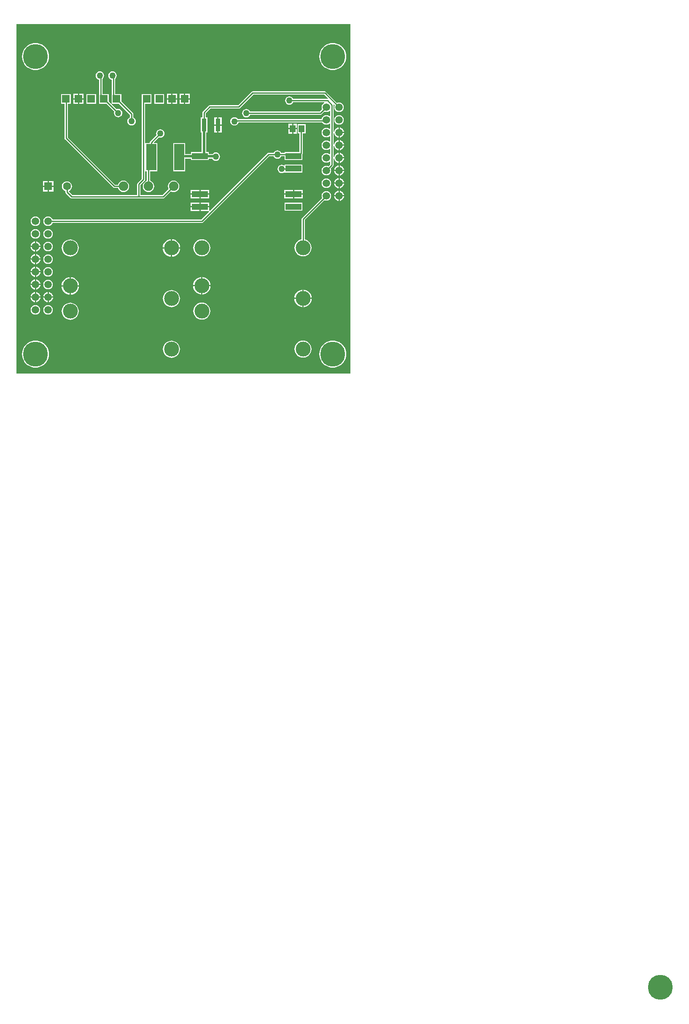
<source format=gbr>
G04 Layer_Physical_Order=1*
G04 Layer_Color=255*
%FSLAX26Y26*%
%MOIN*%
%TF.FileFunction,Copper,L1,Top,Signal*%
%TF.Part,Single*%
G01*
G75*
%TA.AperFunction,SMDPad,CuDef*%
%ADD10R,0.037402X0.102362*%
%ADD11R,0.045276X0.057087*%
%ADD12R,0.125984X0.047244*%
%ADD13R,0.078740X0.208661*%
%TA.AperFunction,Conductor*%
%ADD14C,0.010000*%
%ADD15C,0.019685*%
%TA.AperFunction,ComponentPad*%
%ADD16C,0.059055*%
%TA.AperFunction,ViaPad*%
%ADD17C,0.196850*%
%TA.AperFunction,ComponentPad*%
%ADD18R,0.060000X0.060000*%
%ADD19R,0.060000X0.060000*%
%ADD20C,0.118110*%
%ADD21C,0.074803*%
%ADD22R,0.062992X0.062992*%
%ADD23C,0.062992*%
%TA.AperFunction,ViaPad*%
%ADD24C,0.050000*%
G36*
X2489260Y-504472D02*
X-150740D01*
Y2255528D01*
X2489260D01*
Y-504472D01*
D02*
G37*
%LPC*%
G36*
X100000Y437724D02*
X90236Y436439D01*
X81138Y432670D01*
X73325Y426675D01*
X67330Y418862D01*
X63561Y409764D01*
X62276Y400000D01*
X63561Y390236D01*
X67330Y381138D01*
X73325Y373325D01*
X81138Y367330D01*
X90236Y363561D01*
X100000Y362276D01*
X109764Y363561D01*
X118862Y367330D01*
X126675Y373325D01*
X132670Y381138D01*
X136439Y390236D01*
X137724Y400000D01*
X136439Y409764D01*
X132670Y418862D01*
X126675Y426675D01*
X118862Y432670D01*
X109764Y436439D01*
X100000Y437724D01*
D02*
G37*
G36*
X39210Y395000D02*
X5000D01*
Y360790D01*
X10319Y361490D01*
X19934Y365473D01*
X28191Y371809D01*
X34527Y380066D01*
X38510Y389681D01*
X39210Y395000D01*
D02*
G37*
G36*
X-5000D02*
X-39210D01*
X-38510Y389681D01*
X-34527Y380066D01*
X-28191Y371809D01*
X-19934Y365473D01*
X-10319Y361490D01*
X-5000Y360790D01*
Y395000D01*
D02*
G37*
G36*
Y439210D02*
X-10319Y438510D01*
X-19934Y434527D01*
X-28191Y428191D01*
X-34527Y419934D01*
X-38510Y410319D01*
X-39210Y405000D01*
X-5000D01*
Y439210D01*
D02*
G37*
G36*
X1143897Y483504D02*
X1080000D01*
Y419608D01*
X1088537Y420448D01*
X1101554Y424397D01*
X1113551Y430809D01*
X1124066Y439439D01*
X1132695Y449954D01*
X1139107Y461950D01*
X1143056Y474967D01*
X1143897Y483504D01*
D02*
G37*
G36*
X1070000D02*
X1006103D01*
X1006944Y474967D01*
X1010893Y461950D01*
X1017305Y449954D01*
X1025934Y439439D01*
X1036449Y430809D01*
X1048446Y424397D01*
X1061463Y420448D01*
X1070000Y419608D01*
Y483504D01*
D02*
G37*
G36*
X5000Y439210D02*
Y405000D01*
X39210D01*
X38510Y410319D01*
X34527Y419934D01*
X28191Y428191D01*
X19934Y434527D01*
X10319Y438510D01*
X5000Y439210D01*
D02*
G37*
G36*
Y339210D02*
Y305000D01*
X39210D01*
X38510Y310319D01*
X34527Y319934D01*
X28191Y328191D01*
X19934Y334527D01*
X10319Y338510D01*
X5000Y339210D01*
D02*
G37*
G36*
Y239210D02*
Y205000D01*
X39210D01*
X38510Y210319D01*
X34527Y219934D01*
X28191Y228191D01*
X19934Y234527D01*
X10319Y238510D01*
X5000Y239210D01*
D02*
G37*
G36*
X-5000D02*
X-10319Y238510D01*
X-19934Y234527D01*
X-28191Y228191D01*
X-34527Y219934D01*
X-38510Y210319D01*
X-39210Y205000D01*
X-5000D01*
Y239210D01*
D02*
G37*
G36*
X1320040Y258976D02*
Y195079D01*
X1383936D01*
X1383095Y203616D01*
X1379147Y216633D01*
X1372735Y228630D01*
X1364105Y239145D01*
X1353590Y247774D01*
X1341594Y254186D01*
X1328577Y258135D01*
X1320040Y258976D01*
D02*
G37*
G36*
X-5000Y295000D02*
X-39210D01*
X-38510Y289681D01*
X-34527Y280066D01*
X-28191Y271809D01*
X-19934Y265473D01*
X-10319Y261490D01*
X-5000Y260790D01*
Y295000D01*
D02*
G37*
G36*
Y339210D02*
X-10319Y338510D01*
X-19934Y334527D01*
X-28191Y328191D01*
X-34527Y319934D01*
X-38510Y310319D01*
X-39210Y305000D01*
X-5000D01*
Y339210D01*
D02*
G37*
G36*
X100000Y337724D02*
X90236Y336439D01*
X81138Y332670D01*
X73325Y326675D01*
X67330Y318862D01*
X63561Y309764D01*
X62276Y300000D01*
X63561Y290236D01*
X67330Y281138D01*
X73325Y273325D01*
X81138Y267330D01*
X90236Y263561D01*
X100000Y262276D01*
X109764Y263561D01*
X118862Y267330D01*
X126675Y273325D01*
X132670Y281138D01*
X136439Y290236D01*
X137724Y300000D01*
X136439Y309764D01*
X132670Y318862D01*
X126675Y326675D01*
X118862Y332670D01*
X109764Y336439D01*
X100000Y337724D01*
D02*
G37*
G36*
X39210Y295000D02*
X5000D01*
Y260790D01*
X10319Y261490D01*
X19934Y265473D01*
X28191Y271809D01*
X34527Y280066D01*
X38510Y289681D01*
X39210Y295000D01*
D02*
G37*
G36*
X275000Y555757D02*
X261880Y554465D01*
X249263Y550638D01*
X237636Y544423D01*
X227445Y536059D01*
X219081Y525868D01*
X212866Y514241D01*
X209039Y501625D01*
X207747Y488504D01*
X209039Y475384D01*
X212866Y462768D01*
X219081Y451141D01*
X227445Y440949D01*
X237636Y432586D01*
X249263Y426371D01*
X261880Y422544D01*
X275000Y421251D01*
X288120Y422544D01*
X300737Y426371D01*
X312364Y432586D01*
X322555Y440949D01*
X330919Y451141D01*
X337134Y462768D01*
X340961Y475384D01*
X342253Y488504D01*
X340961Y501625D01*
X337134Y514241D01*
X330919Y525868D01*
X322555Y536059D01*
X312364Y544423D01*
X300737Y550638D01*
X288120Y554465D01*
X275000Y555757D01*
D02*
G37*
G36*
X0Y737724D02*
X-9764Y736439D01*
X-18862Y732670D01*
X-26675Y726675D01*
X-32670Y718862D01*
X-36439Y709764D01*
X-37724Y700000D01*
X-36439Y690236D01*
X-32670Y681138D01*
X-26675Y673325D01*
X-18862Y667330D01*
X-9764Y663561D01*
X0Y662276D01*
X9764Y663561D01*
X18862Y667330D01*
X26675Y673325D01*
X32670Y681138D01*
X36439Y690236D01*
X37724Y700000D01*
X36439Y709764D01*
X32670Y718862D01*
X26675Y726675D01*
X18862Y732670D01*
X9764Y736439D01*
X0Y737724D01*
D02*
G37*
G36*
X100000Y637724D02*
X90236Y636439D01*
X81138Y632670D01*
X73325Y626675D01*
X67330Y618862D01*
X63561Y609764D01*
X62276Y600000D01*
X63561Y590236D01*
X67330Y581138D01*
X73325Y573325D01*
X81138Y567330D01*
X90236Y563561D01*
X100000Y562276D01*
X109764Y563561D01*
X118862Y567330D01*
X126675Y573325D01*
X132670Y581138D01*
X136439Y590236D01*
X137724Y600000D01*
X136439Y609764D01*
X132670Y618862D01*
X126675Y626675D01*
X118862Y632670D01*
X109764Y636439D01*
X100000Y637724D01*
D02*
G37*
G36*
X0D02*
X-9764Y636439D01*
X-18862Y632670D01*
X-26675Y626675D01*
X-32670Y618862D01*
X-36439Y609764D01*
X-37724Y600000D01*
X-36439Y590236D01*
X-32670Y581138D01*
X-26675Y573325D01*
X-18862Y567330D01*
X-9764Y563561D01*
X0Y562276D01*
X9764Y563561D01*
X18862Y567330D01*
X26675Y573325D01*
X32670Y581138D01*
X36439Y590236D01*
X37724Y600000D01*
X36439Y609764D01*
X32670Y618862D01*
X26675Y626675D01*
X18862Y632670D01*
X9764Y636439D01*
X0Y637724D01*
D02*
G37*
G36*
X1295000Y809008D02*
X1227008D01*
Y780386D01*
X1295000D01*
Y809008D01*
D02*
G37*
G36*
X1372992Y847630D02*
X1305000D01*
Y819008D01*
X1372992D01*
Y847630D01*
D02*
G37*
G36*
X1295000D02*
X1227008D01*
Y819008D01*
X1295000D01*
Y847630D01*
D02*
G37*
G36*
X2111024Y845504D02*
X1969291D01*
Y782512D01*
X2111024D01*
Y845504D01*
D02*
G37*
G36*
X5000Y539210D02*
Y505000D01*
X39210D01*
X38510Y510319D01*
X34527Y519934D01*
X28191Y528191D01*
X19934Y534527D01*
X10319Y538510D01*
X5000Y539210D01*
D02*
G37*
G36*
X39210Y495000D02*
X5000D01*
Y460790D01*
X10319Y461490D01*
X19934Y465473D01*
X28191Y471809D01*
X34527Y480066D01*
X38510Y489681D01*
X39210Y495000D01*
D02*
G37*
G36*
X-5000D02*
X-39210D01*
X-38510Y489681D01*
X-34527Y480066D01*
X-28191Y471809D01*
X-19934Y465473D01*
X-10319Y461490D01*
X-5000Y460790D01*
Y495000D01*
D02*
G37*
G36*
X1315040Y557332D02*
X1301919Y556040D01*
X1289303Y552213D01*
X1277676Y545998D01*
X1267485Y537634D01*
X1259121Y527443D01*
X1252906Y515816D01*
X1249079Y503200D01*
X1247787Y490079D01*
X1249079Y476959D01*
X1252906Y464343D01*
X1259121Y452716D01*
X1267485Y442524D01*
X1277676Y434161D01*
X1289303Y427946D01*
X1301919Y424118D01*
X1315040Y422826D01*
X1328160Y424118D01*
X1340776Y427946D01*
X1352403Y434161D01*
X1362594Y442524D01*
X1370958Y452716D01*
X1377173Y464343D01*
X1381000Y476959D01*
X1382292Y490079D01*
X1381000Y503200D01*
X1377173Y515816D01*
X1370958Y527443D01*
X1362594Y537634D01*
X1352403Y545998D01*
X1340776Y552213D01*
X1328160Y556040D01*
X1315040Y557332D01*
D02*
G37*
G36*
X100000Y537724D02*
X90236Y536439D01*
X81138Y532670D01*
X73325Y526675D01*
X67330Y518862D01*
X63561Y509764D01*
X62276Y500000D01*
X63561Y490236D01*
X67330Y481138D01*
X73325Y473325D01*
X81138Y467330D01*
X90236Y463561D01*
X100000Y462276D01*
X109764Y463561D01*
X118862Y467330D01*
X126675Y473325D01*
X132670Y481138D01*
X136439Y490236D01*
X137724Y500000D01*
X136439Y509764D01*
X132670Y518862D01*
X126675Y526675D01*
X118862Y532670D01*
X109764Y536439D01*
X100000Y537724D01*
D02*
G37*
G36*
X-5000Y539210D02*
X-10319Y538510D01*
X-19934Y534527D01*
X-28191Y528191D01*
X-34527Y519934D01*
X-38510Y510319D01*
X-39210Y505000D01*
X-5000D01*
Y539210D01*
D02*
G37*
G36*
X1080000Y557401D02*
Y493504D01*
X1143897D01*
X1143056Y502041D01*
X1139107Y515058D01*
X1132695Y527055D01*
X1124066Y537570D01*
X1113551Y546199D01*
X1101554Y552612D01*
X1088537Y556560D01*
X1080000Y557401D01*
D02*
G37*
G36*
X1070000D02*
X1061463Y556560D01*
X1048446Y552612D01*
X1036449Y546199D01*
X1025934Y537570D01*
X1017305Y527055D01*
X1010893Y515058D01*
X1006944Y502041D01*
X1006103Y493504D01*
X1070000D01*
Y557401D01*
D02*
G37*
G36*
X1075000Y155757D02*
X1061880Y154465D01*
X1049263Y150638D01*
X1037636Y144423D01*
X1027445Y136059D01*
X1019081Y125868D01*
X1012866Y114241D01*
X1009039Y101625D01*
X1007747Y88504D01*
X1009039Y75384D01*
X1012866Y62768D01*
X1019081Y51141D01*
X1027445Y40949D01*
X1037636Y32586D01*
X1049263Y26371D01*
X1061880Y22544D01*
X1075000Y21251D01*
X1088120Y22544D01*
X1100737Y26371D01*
X1112364Y32586D01*
X1122555Y40949D01*
X1130919Y51141D01*
X1137134Y62768D01*
X1140961Y75384D01*
X1142253Y88504D01*
X1140961Y101625D01*
X1137134Y114241D01*
X1130919Y125868D01*
X1122555Y136059D01*
X1112364Y144423D01*
X1100737Y150638D01*
X1088120Y154465D01*
X1075000Y155757D01*
D02*
G37*
G36*
X2183936Y85079D02*
X2120040D01*
Y21183D01*
X2128577Y22023D01*
X2141594Y25972D01*
X2153590Y32384D01*
X2164105Y41014D01*
X2172735Y51529D01*
X2179147Y63525D01*
X2183095Y76542D01*
X2183936Y85079D01*
D02*
G37*
G36*
X2110040D02*
X2046143D01*
X2046984Y76542D01*
X2050932Y63525D01*
X2057345Y51529D01*
X2065974Y41014D01*
X2076489Y32384D01*
X2088485Y25972D01*
X2101502Y22023D01*
X2110040Y21182D01*
Y85079D01*
D02*
G37*
G36*
X-5000Y95000D02*
X-39210D01*
X-38510Y89681D01*
X-34527Y80066D01*
X-28191Y71809D01*
X-19934Y65473D01*
X-10319Y61490D01*
X-5000Y60790D01*
Y95000D01*
D02*
G37*
G36*
X139210D02*
X105000D01*
Y60790D01*
X110319Y61490D01*
X119934Y65473D01*
X128191Y71809D01*
X134527Y80066D01*
X138510Y89681D01*
X139210Y95000D01*
D02*
G37*
G36*
X39210D02*
X5000D01*
Y60790D01*
X10319Y61490D01*
X19934Y65473D01*
X28191Y71809D01*
X34527Y80066D01*
X38510Y89681D01*
X39210Y95000D01*
D02*
G37*
G36*
X95000D02*
X60790D01*
X61490Y89681D01*
X65473Y80066D01*
X71809Y71809D01*
X80066Y65473D01*
X89681Y61490D01*
X95000Y60790D01*
Y95000D01*
D02*
G37*
G36*
X100000Y37724D02*
X90236Y36439D01*
X81138Y32670D01*
X73325Y26675D01*
X67330Y18862D01*
X63561Y9764D01*
X62276Y0D01*
X63561Y-9764D01*
X67330Y-18862D01*
X73325Y-26675D01*
X81138Y-32670D01*
X90236Y-36439D01*
X100000Y-37724D01*
X109764Y-36439D01*
X118862Y-32670D01*
X126675Y-26675D01*
X132670Y-18862D01*
X136439Y-9764D01*
X137724Y0D01*
X136439Y9764D01*
X132670Y18862D01*
X126675Y26675D01*
X118862Y32670D01*
X109764Y36439D01*
X100000Y37724D01*
D02*
G37*
G36*
X1075000Y-244243D02*
X1061880Y-245535D01*
X1049263Y-249362D01*
X1037636Y-255577D01*
X1027445Y-263941D01*
X1019081Y-274132D01*
X1012866Y-285759D01*
X1009039Y-298375D01*
X1007747Y-311496D01*
X1009039Y-324616D01*
X1012866Y-337232D01*
X1019081Y-348859D01*
X1027445Y-359051D01*
X1037636Y-367414D01*
X1049263Y-373629D01*
X1061880Y-377456D01*
X1075000Y-378749D01*
X1088120Y-377456D01*
X1100737Y-373629D01*
X1112364Y-367414D01*
X1122555Y-359051D01*
X1130919Y-348859D01*
X1137134Y-337232D01*
X1140961Y-324616D01*
X1142253Y-311496D01*
X1140961Y-298375D01*
X1137134Y-285759D01*
X1130919Y-274132D01*
X1122555Y-263941D01*
X1112364Y-255577D01*
X1100737Y-249362D01*
X1088120Y-245535D01*
X1075000Y-244243D01*
D02*
G37*
G36*
X2350000Y-243372D02*
X2333320Y-244685D01*
X2317050Y-248591D01*
X2301592Y-254994D01*
X2287326Y-263736D01*
X2274603Y-274603D01*
X2263736Y-287326D01*
X2254994Y-301592D01*
X2248591Y-317050D01*
X2244685Y-333320D01*
X2243372Y-350000D01*
X2244685Y-366680D01*
X2248591Y-382950D01*
X2254994Y-398408D01*
X2263736Y-412674D01*
X2274603Y-425397D01*
X2287326Y-436264D01*
X2301592Y-445006D01*
X2317050Y-451409D01*
X2333320Y-455315D01*
X2350000Y-456628D01*
X2366680Y-455315D01*
X2382950Y-451409D01*
X2398408Y-445006D01*
X2412674Y-436264D01*
X2425397Y-425397D01*
X2436264Y-412674D01*
X2445006Y-398408D01*
X2451409Y-382950D01*
X2455315Y-366680D01*
X2456628Y-350000D01*
X2455315Y-333320D01*
X2451409Y-317050D01*
X2445006Y-301592D01*
X2436264Y-287326D01*
X2425397Y-274603D01*
X2412674Y-263736D01*
X2398408Y-254994D01*
X2382950Y-248591D01*
X2366680Y-244685D01*
X2350000Y-243372D01*
D02*
G37*
G36*
X0D02*
X-16680Y-244685D01*
X-32950Y-248591D01*
X-48408Y-254994D01*
X-62674Y-263736D01*
X-75397Y-274603D01*
X-86264Y-287326D01*
X-95006Y-301592D01*
X-101409Y-317050D01*
X-105315Y-333320D01*
X-106628Y-350000D01*
X-105315Y-366680D01*
X-101409Y-382950D01*
X-95006Y-398408D01*
X-86264Y-412674D01*
X-75397Y-425397D01*
X-62674Y-436264D01*
X-48408Y-445006D01*
X-32950Y-451409D01*
X-16680Y-455315D01*
X0Y-456628D01*
X16680Y-455315D01*
X32950Y-451409D01*
X48408Y-445006D01*
X62674Y-436264D01*
X75397Y-425397D01*
X86264Y-412674D01*
X95006Y-398408D01*
X101409Y-382950D01*
X105315Y-366680D01*
X106628Y-350000D01*
X105315Y-333320D01*
X101409Y-317050D01*
X95006Y-301592D01*
X86264Y-287326D01*
X75397Y-274603D01*
X62674Y-263736D01*
X48408Y-254994D01*
X32950Y-248591D01*
X16680Y-244685D01*
X0Y-243372D01*
D02*
G37*
G36*
X2115039Y-242668D02*
X2101919Y-243960D01*
X2089303Y-247787D01*
X2077676Y-254002D01*
X2067485Y-262366D01*
X2059121Y-272557D01*
X2052906Y-284184D01*
X2049079Y-296800D01*
X2047787Y-309921D01*
X2049079Y-323041D01*
X2052906Y-335657D01*
X2059121Y-347284D01*
X2067485Y-357476D01*
X2077676Y-365839D01*
X2089303Y-372054D01*
X2101919Y-375882D01*
X2115039Y-377174D01*
X2128160Y-375882D01*
X2140776Y-372054D01*
X2152403Y-365839D01*
X2162595Y-357476D01*
X2170958Y-347284D01*
X2177173Y-335657D01*
X2181000Y-323041D01*
X2182292Y-309921D01*
X2181000Y-296800D01*
X2177173Y-284184D01*
X2170958Y-272557D01*
X2162595Y-262366D01*
X2152403Y-254002D01*
X2140776Y-247787D01*
X2128160Y-243960D01*
X2115039Y-242668D01*
D02*
G37*
G36*
X0Y37724D02*
X-9764Y36439D01*
X-18862Y32670D01*
X-26675Y26675D01*
X-32670Y18862D01*
X-36439Y9764D01*
X-37724Y0D01*
X-36439Y-9764D01*
X-32670Y-18862D01*
X-26675Y-26675D01*
X-18862Y-32670D01*
X-9764Y-36439D01*
X0Y-37724D01*
X9764Y-36439D01*
X18862Y-32670D01*
X26675Y-26675D01*
X32670Y-18862D01*
X36439Y-9764D01*
X37724Y0D01*
X36439Y9764D01*
X32670Y18862D01*
X26675Y26675D01*
X18862Y32670D01*
X9764Y36439D01*
X0Y37724D01*
D02*
G37*
G36*
X1315040Y57332D02*
X1301919Y56040D01*
X1289303Y52213D01*
X1277676Y45998D01*
X1267485Y37634D01*
X1259121Y27443D01*
X1252906Y15816D01*
X1249079Y3200D01*
X1247787Y-9921D01*
X1249079Y-23041D01*
X1252906Y-35657D01*
X1259121Y-47285D01*
X1267485Y-57476D01*
X1277676Y-65840D01*
X1289303Y-72054D01*
X1301919Y-75882D01*
X1315040Y-77174D01*
X1328160Y-75882D01*
X1340776Y-72054D01*
X1352403Y-65840D01*
X1362594Y-57476D01*
X1370958Y-47285D01*
X1377173Y-35657D01*
X1381000Y-23041D01*
X1382292Y-9921D01*
X1381000Y3200D01*
X1377173Y15816D01*
X1370958Y27443D01*
X1362594Y37634D01*
X1352403Y45998D01*
X1340776Y52213D01*
X1328160Y56040D01*
X1315040Y57332D01*
D02*
G37*
G36*
X275000Y55757D02*
X261880Y54465D01*
X249263Y50638D01*
X237636Y44423D01*
X227445Y36059D01*
X219081Y25868D01*
X212866Y14241D01*
X209039Y1625D01*
X207747Y-11496D01*
X209039Y-24616D01*
X212866Y-37232D01*
X219081Y-48859D01*
X227445Y-59051D01*
X237636Y-67414D01*
X249263Y-73629D01*
X261880Y-77456D01*
X275000Y-78749D01*
X288120Y-77456D01*
X300737Y-73629D01*
X312364Y-67414D01*
X322555Y-59051D01*
X330919Y-48859D01*
X337134Y-37232D01*
X340961Y-24616D01*
X342253Y-11496D01*
X340961Y1625D01*
X337134Y14241D01*
X330919Y25868D01*
X322555Y36059D01*
X312364Y44423D01*
X300737Y50638D01*
X288120Y54465D01*
X275000Y55757D01*
D02*
G37*
G36*
X2110040Y158976D02*
X2101502Y158135D01*
X2088485Y154186D01*
X2076489Y147774D01*
X2065974Y139145D01*
X2057345Y128630D01*
X2050932Y116633D01*
X2046984Y103616D01*
X2046143Y95079D01*
X2110040D01*
Y158976D01*
D02*
G37*
G36*
X39210Y195000D02*
X5000D01*
Y160790D01*
X10319Y161490D01*
X19934Y165473D01*
X28191Y171809D01*
X34527Y180066D01*
X38510Y189681D01*
X39210Y195000D01*
D02*
G37*
G36*
X-5000D02*
X-39210D01*
X-38510Y189681D01*
X-34527Y180066D01*
X-28191Y171809D01*
X-19934Y165473D01*
X-10319Y161490D01*
X-5000Y160790D01*
Y195000D01*
D02*
G37*
G36*
X1383936Y185079D02*
X1320040D01*
Y121183D01*
X1328577Y122023D01*
X1341594Y125972D01*
X1353590Y132384D01*
X1364105Y141014D01*
X1372735Y151529D01*
X1379147Y163525D01*
X1383095Y176542D01*
X1383936Y185079D01*
D02*
G37*
G36*
X100000Y237724D02*
X90236Y236439D01*
X81138Y232670D01*
X73325Y226675D01*
X67330Y218862D01*
X63561Y209764D01*
X62276Y200000D01*
X63561Y190236D01*
X67330Y181138D01*
X73325Y173325D01*
X81138Y167330D01*
X90236Y163561D01*
X100000Y162276D01*
X109764Y163561D01*
X118862Y167330D01*
X126675Y173325D01*
X132670Y181138D01*
X136439Y190236D01*
X137724Y200000D01*
X136439Y209764D01*
X132670Y218862D01*
X126675Y226675D01*
X118862Y232670D01*
X109764Y236439D01*
X100000Y237724D01*
D02*
G37*
G36*
X1310040Y258976D02*
X1301502Y258135D01*
X1288485Y254186D01*
X1276489Y247774D01*
X1265974Y239145D01*
X1257344Y228630D01*
X1250932Y216633D01*
X1246984Y203616D01*
X1246143Y195079D01*
X1310040D01*
Y258976D01*
D02*
G37*
G36*
X280000Y257401D02*
Y193504D01*
X343897D01*
X343056Y202042D01*
X339107Y215058D01*
X332695Y227055D01*
X324066Y237570D01*
X313551Y246199D01*
X301554Y252612D01*
X288537Y256560D01*
X280000Y257401D01*
D02*
G37*
G36*
X270000D02*
X261463Y256560D01*
X248446Y252612D01*
X236449Y246199D01*
X225934Y237570D01*
X217305Y227055D01*
X210893Y215058D01*
X206944Y202042D01*
X206103Y193504D01*
X270000D01*
Y257401D01*
D02*
G37*
G36*
X1310040Y185079D02*
X1246143D01*
X1246984Y176542D01*
X1250932Y163525D01*
X1257344Y151529D01*
X1265974Y141014D01*
X1276489Y132384D01*
X1288485Y125972D01*
X1301502Y122023D01*
X1310040Y121183D01*
Y185079D01*
D02*
G37*
G36*
X95000Y139210D02*
X89681Y138510D01*
X80066Y134527D01*
X71809Y128191D01*
X65473Y119934D01*
X61490Y110319D01*
X60790Y105000D01*
X95000D01*
Y139210D01*
D02*
G37*
G36*
X-5000D02*
X-10319Y138510D01*
X-19934Y134527D01*
X-28191Y128191D01*
X-34527Y119934D01*
X-38510Y110319D01*
X-39210Y105000D01*
X-5000D01*
Y139210D01*
D02*
G37*
G36*
X2120040Y158976D02*
Y95079D01*
X2183936D01*
X2183095Y103616D01*
X2179147Y116633D01*
X2172735Y128630D01*
X2164105Y139145D01*
X2153590Y147774D01*
X2141594Y154186D01*
X2128577Y158135D01*
X2120040Y158976D01*
D02*
G37*
G36*
X5000Y139210D02*
Y105000D01*
X39210D01*
X38510Y110319D01*
X34527Y119934D01*
X28191Y128191D01*
X19934Y134527D01*
X10319Y138510D01*
X5000Y139210D01*
D02*
G37*
G36*
X343897Y183504D02*
X280000D01*
Y119608D01*
X288537Y120448D01*
X301554Y124397D01*
X313551Y130809D01*
X324066Y139439D01*
X332695Y149954D01*
X339107Y161950D01*
X343056Y174967D01*
X343897Y183504D01*
D02*
G37*
G36*
X270000D02*
X206103D01*
X206944Y174967D01*
X210893Y161950D01*
X217305Y149954D01*
X225934Y139439D01*
X236449Y130809D01*
X248446Y124397D01*
X261463Y120448D01*
X270000Y119608D01*
Y183504D01*
D02*
G37*
G36*
X105000Y139210D02*
Y105000D01*
X139210D01*
X138510Y110319D01*
X134527Y119934D01*
X128191Y128191D01*
X119934Y134527D01*
X110319Y138510D01*
X105000Y139210D01*
D02*
G37*
G36*
X2400000Y1537724D02*
X2390236Y1536439D01*
X2381138Y1532670D01*
X2373325Y1526675D01*
X2367330Y1518862D01*
X2363561Y1509764D01*
X2362276Y1500000D01*
X2363561Y1490236D01*
X2367330Y1481138D01*
X2373325Y1473325D01*
X2381138Y1467330D01*
X2390236Y1463561D01*
X2400000Y1462276D01*
X2409764Y1463561D01*
X2418862Y1467330D01*
X2426675Y1473325D01*
X2432670Y1481138D01*
X2436439Y1490236D01*
X2437724Y1500000D01*
X2436439Y1509764D01*
X2432670Y1518862D01*
X2426675Y1526675D01*
X2418862Y1532670D01*
X2409764Y1536439D01*
X2400000Y1537724D01*
D02*
G37*
G36*
X2066205Y1468544D02*
X2038567D01*
Y1435001D01*
X2066205D01*
Y1468544D01*
D02*
G37*
G36*
X2028567D02*
X2000929D01*
Y1435001D01*
X2028567D01*
Y1468544D01*
D02*
G37*
G36*
X1437520Y1520827D02*
X1413819D01*
Y1464646D01*
X1437520D01*
Y1520827D01*
D02*
G37*
G36*
X380811Y1659882D02*
X345811D01*
Y1624882D01*
X380811D01*
Y1659882D01*
D02*
G37*
G36*
X335811D02*
X300811D01*
Y1624882D01*
X335811D01*
Y1659882D01*
D02*
G37*
G36*
X1471221Y1520827D02*
X1447520D01*
Y1464646D01*
X1471221D01*
Y1520827D01*
D02*
G37*
G36*
X2405000Y1439210D02*
Y1405000D01*
X2439210D01*
X2438510Y1410319D01*
X2434527Y1419934D01*
X2428191Y1428191D01*
X2419934Y1434527D01*
X2410319Y1438510D01*
X2405000Y1439210D01*
D02*
G37*
G36*
X2439210Y1395000D02*
X2405000D01*
Y1360790D01*
X2410319Y1361490D01*
X2419934Y1365473D01*
X2428191Y1371809D01*
X2434527Y1380066D01*
X2438510Y1389681D01*
X2439210Y1395000D01*
D02*
G37*
G36*
X916874Y1702756D02*
X841126D01*
Y1644441D01*
X840874Y1643174D01*
Y1034351D01*
X807868Y1001345D01*
X805023Y997087D01*
X804023Y992063D01*
Y905190D01*
X292587D01*
X264363Y933413D01*
X265536Y939311D01*
X268674Y940610D01*
X276898Y946921D01*
X283209Y955145D01*
X287175Y964722D01*
X288529Y975000D01*
X287175Y985278D01*
X283209Y994855D01*
X276898Y1003079D01*
X268674Y1009390D01*
X259096Y1013357D01*
X248819Y1014710D01*
X238541Y1013357D01*
X228964Y1009390D01*
X220740Y1003079D01*
X214429Y994855D01*
X210462Y985278D01*
X209109Y975000D01*
X210462Y964722D01*
X214429Y955145D01*
X220740Y946921D01*
X228964Y940610D01*
X235693Y937823D01*
Y930394D01*
X236692Y925371D01*
X239537Y921112D01*
X277868Y882782D01*
X282126Y879936D01*
X287150Y878937D01*
X1009189D01*
X1014213Y879936D01*
X1018471Y882782D01*
X1070600Y934911D01*
X1080307Y930890D01*
X1092126Y929334D01*
X1103945Y930890D01*
X1114959Y935452D01*
X1124417Y942709D01*
X1131674Y952167D01*
X1136236Y963181D01*
X1137792Y975000D01*
X1136236Y986819D01*
X1131674Y997833D01*
X1124417Y1007291D01*
X1114959Y1014548D01*
X1103945Y1019110D01*
X1092126Y1020666D01*
X1080307Y1019110D01*
X1069293Y1014548D01*
X1059835Y1007291D01*
X1052578Y997833D01*
X1048016Y986819D01*
X1046460Y975000D01*
X1048016Y963181D01*
X1052037Y953474D01*
X1003752Y905190D01*
X830276D01*
Y986626D01*
X863282Y1019632D01*
X866127Y1023891D01*
X867126Y1028914D01*
Y1087958D01*
X867520Y1092795D01*
X880575D01*
Y1018569D01*
X870868Y1014548D01*
X861410Y1007291D01*
X854153Y997833D01*
X849591Y986819D01*
X848035Y975000D01*
X849591Y963181D01*
X854153Y952167D01*
X861410Y942709D01*
X870868Y935452D01*
X881881Y930890D01*
X893701Y929334D01*
X905520Y930890D01*
X916534Y935452D01*
X925992Y942709D01*
X933249Y952167D01*
X937811Y963181D01*
X939367Y975000D01*
X937811Y986819D01*
X933249Y997833D01*
X925992Y1007291D01*
X916534Y1014548D01*
X906827Y1018569D01*
Y1092795D01*
X962008D01*
Y1317205D01*
X937387D01*
X935473Y1321824D01*
X975115Y1361466D01*
X978568Y1360035D01*
X987150Y1358906D01*
X995731Y1360035D01*
X1003728Y1363348D01*
X1010596Y1368617D01*
X1015865Y1375485D01*
X1019178Y1383482D01*
X1020307Y1392063D01*
X1019178Y1400645D01*
X1015865Y1408642D01*
X1010596Y1415509D01*
X1003728Y1420779D01*
X995731Y1424091D01*
X987150Y1425221D01*
X978568Y1424091D01*
X970571Y1420779D01*
X963704Y1415509D01*
X958434Y1408642D01*
X955122Y1400645D01*
X953992Y1392063D01*
X955122Y1383482D01*
X956552Y1380029D01*
X905482Y1328959D01*
X902637Y1324701D01*
X901638Y1319678D01*
Y1317205D01*
X867520D01*
X867126Y1322042D01*
Y1627008D01*
X916874D01*
Y1702756D01*
D02*
G37*
G36*
X2405000Y1339210D02*
Y1305000D01*
X2439210D01*
X2438510Y1310319D01*
X2434527Y1319934D01*
X2428191Y1328191D01*
X2419934Y1334527D01*
X2410319Y1338510D01*
X2405000Y1339210D01*
D02*
G37*
G36*
X2028567Y1425001D02*
X2000929D01*
Y1391457D01*
X2028567D01*
Y1425001D01*
D02*
G37*
G36*
X1471221Y1454646D02*
X1447520D01*
Y1398465D01*
X1471221D01*
Y1454646D01*
D02*
G37*
G36*
X1437520D02*
X1413819D01*
Y1398465D01*
X1437520D01*
Y1454646D01*
D02*
G37*
G36*
X2066205Y1425001D02*
X2038567D01*
Y1391457D01*
X2066205D01*
Y1425001D01*
D02*
G37*
G36*
X1074000Y1659882D02*
X1039000D01*
Y1624882D01*
X1074000D01*
Y1659882D01*
D02*
G37*
G36*
X1219000Y1704882D02*
X1184000D01*
Y1669882D01*
X1219000D01*
Y1704882D01*
D02*
G37*
G36*
X1119000D02*
X1084000D01*
Y1669882D01*
X1119000D01*
Y1704882D01*
D02*
G37*
G36*
X1174000D02*
X1139000D01*
Y1669882D01*
X1174000D01*
Y1704882D01*
D02*
G37*
G36*
X335811D02*
X300811D01*
Y1669882D01*
X335811D01*
Y1704882D01*
D02*
G37*
G36*
X2350000Y2106628D02*
X2333320Y2105315D01*
X2317050Y2101409D01*
X2301592Y2095006D01*
X2287326Y2086264D01*
X2274603Y2075397D01*
X2263736Y2062674D01*
X2254994Y2048408D01*
X2248591Y2032950D01*
X2244685Y2016680D01*
X2243372Y2000000D01*
X2244685Y1983320D01*
X2248591Y1967050D01*
X2254994Y1951592D01*
X2263736Y1937326D01*
X2274603Y1924603D01*
X2287326Y1913736D01*
X2301592Y1904994D01*
X2317050Y1898591D01*
X2333320Y1894685D01*
X2350000Y1893372D01*
X2366680Y1894685D01*
X2382950Y1898591D01*
X2398408Y1904994D01*
X2412674Y1913736D01*
X2425397Y1924603D01*
X2436264Y1937326D01*
X2445006Y1951592D01*
X2451409Y1967050D01*
X2455315Y1983320D01*
X2456628Y2000000D01*
X2455315Y2016680D01*
X2451409Y2032950D01*
X2445006Y2048408D01*
X2436264Y2062674D01*
X2425397Y2075397D01*
X2412674Y2086264D01*
X2398408Y2095006D01*
X2382950Y2101409D01*
X2366680Y2105315D01*
X2350000Y2106628D01*
D02*
G37*
G36*
X0D02*
X-16680Y2105315D01*
X-32950Y2101409D01*
X-48408Y2095006D01*
X-62674Y2086264D01*
X-75397Y2075397D01*
X-86264Y2062674D01*
X-95006Y2048408D01*
X-101409Y2032950D01*
X-105315Y2016680D01*
X-106628Y2000000D01*
X-105315Y1983320D01*
X-101409Y1967050D01*
X-95006Y1951592D01*
X-86264Y1937326D01*
X-75397Y1924603D01*
X-62674Y1913736D01*
X-48408Y1904994D01*
X-32950Y1898591D01*
X-16680Y1894685D01*
X0Y1893372D01*
X16680Y1894685D01*
X32950Y1898591D01*
X48408Y1904994D01*
X62674Y1913736D01*
X75397Y1924603D01*
X86264Y1937326D01*
X95006Y1951592D01*
X101409Y1967050D01*
X105315Y1983320D01*
X106628Y2000000D01*
X105315Y2016680D01*
X101409Y2032950D01*
X95006Y2048408D01*
X86264Y2062674D01*
X75397Y2075397D01*
X62674Y2086264D01*
X48408Y2095006D01*
X32950Y2101409D01*
X16680Y2105315D01*
X0Y2106628D01*
D02*
G37*
G36*
X380811Y1704882D02*
X345811D01*
Y1669882D01*
X380811D01*
Y1704882D01*
D02*
G37*
G36*
X1074000D02*
X1039000D01*
Y1669882D01*
X1074000D01*
Y1704882D01*
D02*
G37*
G36*
X1219000Y1659882D02*
X1184000D01*
Y1624882D01*
X1219000D01*
Y1659882D01*
D02*
G37*
G36*
X1174000D02*
X1139000D01*
Y1624882D01*
X1174000D01*
Y1659882D01*
D02*
G37*
G36*
X1119000D02*
X1084000D01*
Y1624882D01*
X1119000D01*
Y1659882D01*
D02*
G37*
G36*
X609000Y1883158D02*
X600418Y1882028D01*
X592421Y1878715D01*
X585554Y1873446D01*
X580285Y1866579D01*
X576972Y1858582D01*
X575842Y1850000D01*
X576972Y1841418D01*
X580285Y1833421D01*
X585554Y1826554D01*
X592421Y1821285D01*
X600418Y1817972D01*
X602685Y1817674D01*
Y1687331D01*
X602937Y1686063D01*
Y1631789D01*
X602937Y1628391D01*
X598424Y1625833D01*
X578685Y1645572D01*
Y1702756D01*
X528937D01*
Y1823862D01*
X532446Y1826554D01*
X537715Y1833421D01*
X541028Y1841418D01*
X542158Y1850000D01*
X541028Y1858582D01*
X537715Y1866579D01*
X532446Y1873446D01*
X525579Y1878715D01*
X517582Y1882028D01*
X509000Y1883158D01*
X500418Y1882028D01*
X492421Y1878715D01*
X485554Y1873446D01*
X480285Y1866579D01*
X476972Y1858582D01*
X475842Y1850000D01*
X476972Y1841418D01*
X480285Y1833421D01*
X485554Y1826554D01*
X492421Y1821285D01*
X500418Y1817972D01*
X502685Y1817674D01*
Y1689882D01*
X502937Y1688614D01*
Y1627008D01*
X560122D01*
X622277Y1564854D01*
X621232Y1562332D01*
X620102Y1553750D01*
X621232Y1545168D01*
X624545Y1537171D01*
X629814Y1530304D01*
X636681Y1525035D01*
X644678Y1521722D01*
X653260Y1520592D01*
X661842Y1521722D01*
X669839Y1525035D01*
X676706Y1530304D01*
X681975Y1537171D01*
X685288Y1545168D01*
X686418Y1553750D01*
X685288Y1562332D01*
X681975Y1570329D01*
X676706Y1577196D01*
X669839Y1582465D01*
X661842Y1585778D01*
X653260Y1586908D01*
X644678Y1585778D01*
X640295Y1583962D01*
X601762Y1622495D01*
X604320Y1627008D01*
X607365Y1627008D01*
X660122D01*
X746134Y1540996D01*
Y1518579D01*
X742681Y1517149D01*
X735814Y1511880D01*
X730545Y1505012D01*
X727232Y1497015D01*
X726102Y1488434D01*
X727232Y1479852D01*
X730545Y1471855D01*
X735814Y1464987D01*
X742681Y1459718D01*
X750678Y1456406D01*
X759260Y1455276D01*
X767842Y1456406D01*
X775839Y1459718D01*
X782706Y1464987D01*
X787975Y1471855D01*
X791288Y1479852D01*
X792418Y1488434D01*
X791288Y1497015D01*
X787975Y1505012D01*
X782706Y1511880D01*
X775839Y1517149D01*
X772386Y1518579D01*
Y1546434D01*
X771387Y1551457D01*
X768542Y1555715D01*
X678685Y1645572D01*
Y1702756D01*
X628937D01*
Y1823862D01*
X632446Y1826554D01*
X637715Y1833421D01*
X641028Y1841418D01*
X642158Y1850000D01*
X641028Y1858582D01*
X637715Y1866579D01*
X632446Y1873446D01*
X625579Y1878715D01*
X617582Y1882028D01*
X609000Y1883158D01*
D02*
G37*
G36*
X2287937Y1725190D02*
X1717150D01*
X1712126Y1724190D01*
X1707868Y1721345D01*
X1601713Y1615190D01*
X1377150D01*
X1372126Y1614190D01*
X1367868Y1611345D01*
X1323003Y1566479D01*
X1320157Y1562221D01*
X1319158Y1557198D01*
Y1518701D01*
X1305709D01*
Y1400591D01*
X1314220D01*
Y1245504D01*
X1229134D01*
Y1230064D01*
X1182480D01*
Y1317205D01*
X1087992D01*
Y1092795D01*
X1182480D01*
Y1193936D01*
X1229134D01*
Y1182512D01*
X1370866D01*
Y1193940D01*
X1396070D01*
X1396285Y1193421D01*
X1401554Y1186554D01*
X1408421Y1181285D01*
X1416418Y1177972D01*
X1425000Y1176842D01*
X1433582Y1177972D01*
X1441579Y1181285D01*
X1448446Y1186554D01*
X1453715Y1193421D01*
X1457028Y1201418D01*
X1458158Y1210000D01*
X1457028Y1218582D01*
X1453715Y1226579D01*
X1448446Y1233446D01*
X1441579Y1238715D01*
X1433582Y1242028D01*
X1425000Y1243158D01*
X1416418Y1242028D01*
X1408421Y1238715D01*
X1401554Y1233446D01*
X1398962Y1230068D01*
X1370866D01*
Y1245504D01*
X1350348D01*
Y1400591D01*
X1358859D01*
Y1518701D01*
X1345410D01*
Y1551761D01*
X1382587Y1588937D01*
X1607150D01*
X1612173Y1589936D01*
X1616431Y1592782D01*
X1722587Y1698937D01*
X2282500D01*
X2311956Y1669481D01*
X2309493Y1664873D01*
X2307901Y1665190D01*
X2037295D01*
X2035865Y1668642D01*
X2030596Y1675509D01*
X2023728Y1680779D01*
X2015731Y1684091D01*
X2007150Y1685221D01*
X1998568Y1684091D01*
X1990571Y1680779D01*
X1983704Y1675509D01*
X1978434Y1668642D01*
X1975122Y1660645D01*
X1973992Y1652063D01*
X1975122Y1643482D01*
X1978434Y1635485D01*
X1983704Y1628617D01*
X1990571Y1623348D01*
X1998568Y1620035D01*
X2007150Y1618906D01*
X2015731Y1620035D01*
X2023728Y1623348D01*
X2030596Y1628617D01*
X2035865Y1635485D01*
X2037295Y1638937D01*
X2283202D01*
X2284197Y1633937D01*
X2281138Y1632670D01*
X2273325Y1626675D01*
X2267330Y1618862D01*
X2263561Y1609764D01*
X2262276Y1600000D01*
X2263561Y1590236D01*
X2265937Y1584500D01*
X2247063Y1565626D01*
X1697646D01*
X1696215Y1569079D01*
X1690946Y1575946D01*
X1684079Y1581215D01*
X1676082Y1584528D01*
X1667500Y1585658D01*
X1658918Y1584528D01*
X1650921Y1581215D01*
X1644054Y1575946D01*
X1638785Y1569079D01*
X1635472Y1561082D01*
X1634342Y1552500D01*
X1635472Y1543918D01*
X1638785Y1535921D01*
X1644054Y1529054D01*
X1650921Y1523785D01*
X1658918Y1520472D01*
X1667500Y1519342D01*
X1676082Y1520472D01*
X1684079Y1523785D01*
X1690946Y1529054D01*
X1696215Y1535921D01*
X1697646Y1539374D01*
X2252500D01*
X2257523Y1540373D01*
X2261782Y1543218D01*
X2284500Y1565937D01*
X2290236Y1563561D01*
X2300000Y1562276D01*
X2309764Y1563561D01*
X2318862Y1567330D01*
X2324275Y1571484D01*
X2329275Y1569018D01*
Y1530982D01*
X2324275Y1528516D01*
X2318862Y1532670D01*
X2309764Y1536439D01*
X2300000Y1537724D01*
X2290236Y1536439D01*
X2281138Y1532670D01*
X2273325Y1526675D01*
X2267330Y1518862D01*
X2263561Y1509764D01*
X2263221Y1507181D01*
X1599913D01*
X1596556Y1511556D01*
X1589689Y1516826D01*
X1581692Y1520138D01*
X1573110Y1521268D01*
X1564528Y1520138D01*
X1556531Y1516826D01*
X1549664Y1511556D01*
X1544395Y1504689D01*
X1541082Y1496692D01*
X1539953Y1488110D01*
X1541082Y1479528D01*
X1544395Y1471531D01*
X1549664Y1464664D01*
X1556531Y1459395D01*
X1564528Y1456082D01*
X1573110Y1454953D01*
X1581692Y1456082D01*
X1589689Y1459395D01*
X1596556Y1464664D01*
X1601826Y1471531D01*
X1605138Y1479528D01*
X1605322Y1480929D01*
X2267490D01*
X2273325Y1473325D01*
X2281138Y1467330D01*
X2290236Y1463561D01*
X2300000Y1462276D01*
X2309764Y1463561D01*
X2318862Y1467330D01*
X2324275Y1471484D01*
X2329275Y1469018D01*
Y1430982D01*
X2324275Y1428516D01*
X2318862Y1432670D01*
X2309764Y1436439D01*
X2300000Y1437724D01*
X2290236Y1436439D01*
X2281138Y1432670D01*
X2273325Y1426675D01*
X2267330Y1418862D01*
X2263561Y1409764D01*
X2262276Y1400000D01*
X2263561Y1390236D01*
X2267330Y1381138D01*
X2273325Y1373325D01*
X2281138Y1367330D01*
X2290236Y1363561D01*
X2300000Y1362276D01*
X2309764Y1363561D01*
X2318862Y1367330D01*
X2324275Y1371484D01*
X2329275Y1369018D01*
Y1330982D01*
X2324275Y1328516D01*
X2318862Y1332670D01*
X2309764Y1336439D01*
X2300000Y1337724D01*
X2290236Y1336439D01*
X2281138Y1332670D01*
X2273325Y1326675D01*
X2267330Y1318862D01*
X2263561Y1309764D01*
X2262276Y1300000D01*
X2263561Y1290236D01*
X2267330Y1281138D01*
X2273325Y1273325D01*
X2281138Y1267330D01*
X2290236Y1263561D01*
X2300000Y1262276D01*
X2309764Y1263561D01*
X2318862Y1267330D01*
X2324275Y1271484D01*
X2329275Y1269018D01*
Y1230982D01*
X2324275Y1228516D01*
X2318862Y1232670D01*
X2309764Y1236439D01*
X2300000Y1237724D01*
X2290236Y1236439D01*
X2281138Y1232670D01*
X2273325Y1226675D01*
X2267330Y1218862D01*
X2263561Y1209764D01*
X2262276Y1200000D01*
X2263561Y1190236D01*
X2267330Y1181138D01*
X2273325Y1173325D01*
X2281138Y1167330D01*
X2290236Y1163561D01*
X2300000Y1162276D01*
X2309764Y1163561D01*
X2318862Y1167330D01*
X2324275Y1171484D01*
X2329275Y1169018D01*
Y1147839D01*
X2315500Y1134063D01*
X2309764Y1136439D01*
X2300000Y1137724D01*
X2290236Y1136439D01*
X2281138Y1132670D01*
X2273325Y1126675D01*
X2267330Y1118862D01*
X2263561Y1109764D01*
X2262276Y1100000D01*
X2263561Y1090236D01*
X2267330Y1081138D01*
X2273325Y1073325D01*
X2281138Y1067330D01*
X2290236Y1063561D01*
X2300000Y1062276D01*
X2309764Y1063561D01*
X2318862Y1067330D01*
X2326675Y1073325D01*
X2332670Y1081138D01*
X2336439Y1090236D01*
X2337724Y1100000D01*
X2336439Y1109764D01*
X2334063Y1115500D01*
X2351683Y1133120D01*
X2354529Y1137378D01*
X2355528Y1142402D01*
Y1196661D01*
X2360528Y1196989D01*
X2361490Y1189681D01*
X2365473Y1180066D01*
X2371809Y1171809D01*
X2380066Y1165473D01*
X2389681Y1161490D01*
X2395000Y1160790D01*
Y1200000D01*
Y1239210D01*
X2389681Y1238510D01*
X2380066Y1234527D01*
X2371809Y1228191D01*
X2365473Y1219934D01*
X2361490Y1210319D01*
X2360528Y1203011D01*
X2355528Y1203339D01*
Y1296661D01*
X2360528Y1296989D01*
X2361490Y1289681D01*
X2365473Y1280066D01*
X2371809Y1271809D01*
X2380066Y1265473D01*
X2389681Y1261490D01*
X2395000Y1260790D01*
Y1300000D01*
Y1339210D01*
X2389681Y1338510D01*
X2380066Y1334527D01*
X2371809Y1328191D01*
X2365473Y1319934D01*
X2361490Y1310319D01*
X2360528Y1303011D01*
X2355528Y1303339D01*
Y1396661D01*
X2360528Y1396989D01*
X2361490Y1389681D01*
X2365473Y1380066D01*
X2371809Y1371809D01*
X2380066Y1365473D01*
X2389681Y1361490D01*
X2395000Y1360790D01*
Y1400000D01*
Y1439210D01*
X2389681Y1438510D01*
X2380066Y1434527D01*
X2371809Y1428191D01*
X2365473Y1419934D01*
X2361490Y1410319D01*
X2360528Y1403011D01*
X2355528Y1403339D01*
Y1617563D01*
X2355211Y1619154D01*
X2359819Y1621617D01*
X2365937Y1615500D01*
X2363561Y1609764D01*
X2362276Y1600000D01*
X2363561Y1590236D01*
X2367330Y1581138D01*
X2373325Y1573325D01*
X2381138Y1567330D01*
X2390236Y1563561D01*
X2400000Y1562276D01*
X2409764Y1563561D01*
X2418862Y1567330D01*
X2426675Y1573325D01*
X2432670Y1581138D01*
X2436439Y1590236D01*
X2437724Y1600000D01*
X2436439Y1609764D01*
X2432670Y1618862D01*
X2426675Y1626675D01*
X2418862Y1632670D01*
X2409764Y1636439D01*
X2400000Y1637724D01*
X2390236Y1636439D01*
X2384500Y1634063D01*
X2297218Y1721345D01*
X2292960Y1724190D01*
X2287937Y1725190D01*
D02*
G37*
G36*
X1016874Y1702756D02*
X941126D01*
Y1627008D01*
X1016874D01*
Y1702756D01*
D02*
G37*
G36*
X478685D02*
X402937D01*
Y1627008D01*
X478685D01*
Y1702756D01*
D02*
G37*
G36*
X2439210Y1295000D02*
X2405000D01*
Y1260790D01*
X2410319Y1261490D01*
X2419934Y1265473D01*
X2428191Y1271809D01*
X2434527Y1280066D01*
X2438510Y1289681D01*
X2439210Y1295000D01*
D02*
G37*
G36*
X2113150Y947630D02*
X2045158D01*
Y919008D01*
X2113150D01*
Y947630D01*
D02*
G37*
G36*
X2035158D02*
X1967165D01*
Y919008D01*
X2035158D01*
Y947630D01*
D02*
G37*
G36*
X2405000Y939210D02*
Y905000D01*
X2439210D01*
X2438510Y910319D01*
X2434527Y919934D01*
X2428191Y928191D01*
X2419934Y934527D01*
X2410319Y938510D01*
X2405000Y939210D01*
D02*
G37*
G36*
X1295000Y947630D02*
X1227008D01*
Y919008D01*
X1295000D01*
Y947630D01*
D02*
G37*
G36*
X95000Y970000D02*
X58504D01*
Y933504D01*
X95000D01*
Y970000D01*
D02*
G37*
G36*
X278685Y1702756D02*
X202937D01*
Y1627008D01*
X230134D01*
Y1355915D01*
X231133Y1350892D01*
X233978Y1346634D01*
X614894Y965718D01*
X619152Y962873D01*
X624175Y961874D01*
X651707D01*
X655727Y952167D01*
X662985Y942709D01*
X672442Y935452D01*
X683456Y930890D01*
X695276Y929334D01*
X707095Y930890D01*
X718109Y935452D01*
X727567Y942709D01*
X734824Y952167D01*
X739386Y963181D01*
X740942Y975000D01*
X739386Y986819D01*
X734824Y997833D01*
X727567Y1007291D01*
X718109Y1014548D01*
X707095Y1019110D01*
X695276Y1020666D01*
X683456Y1019110D01*
X672442Y1014548D01*
X662985Y1007291D01*
X655727Y997833D01*
X651707Y988126D01*
X629612D01*
X256386Y1361352D01*
Y1627008D01*
X278685D01*
Y1702756D01*
D02*
G37*
G36*
X1372992Y947630D02*
X1305000D01*
Y919008D01*
X1372992D01*
Y947630D01*
D02*
G37*
G36*
X2395000Y939210D02*
X2389681Y938510D01*
X2380066Y934527D01*
X2371809Y928191D01*
X2365473Y919934D01*
X2361490Y910319D01*
X2360790Y905000D01*
X2395000D01*
Y939210D01*
D02*
G37*
G36*
X2300000Y937724D02*
X2290236Y936439D01*
X2281138Y932670D01*
X2273325Y926675D01*
X2267330Y918862D01*
X2263561Y909764D01*
X2262276Y900000D01*
X2263561Y890236D01*
X2265937Y884500D01*
X2105758Y724321D01*
X2102912Y720063D01*
X2101913Y715039D01*
Y556038D01*
X2089303Y552213D01*
X2077676Y545998D01*
X2067485Y537634D01*
X2059121Y527443D01*
X2052906Y515816D01*
X2049079Y503200D01*
X2047787Y490079D01*
X2049079Y476959D01*
X2052906Y464343D01*
X2059121Y452716D01*
X2067485Y442524D01*
X2077676Y434161D01*
X2089303Y427946D01*
X2101919Y424118D01*
X2115039Y422826D01*
X2128160Y424118D01*
X2140776Y427946D01*
X2152403Y434161D01*
X2162595Y442524D01*
X2170958Y452716D01*
X2177173Y464343D01*
X2181000Y476959D01*
X2182292Y490079D01*
X2181000Y503200D01*
X2177173Y515816D01*
X2170958Y527443D01*
X2162595Y537634D01*
X2152403Y545998D01*
X2140776Y552213D01*
X2128166Y556038D01*
Y709602D01*
X2284500Y865937D01*
X2290236Y863561D01*
X2300000Y862276D01*
X2309764Y863561D01*
X2318862Y867330D01*
X2326675Y873325D01*
X2332670Y881138D01*
X2336439Y890236D01*
X2337724Y900000D01*
X2336439Y909764D01*
X2332670Y918862D01*
X2326675Y926675D01*
X2318862Y932670D01*
X2309764Y936439D01*
X2300000Y937724D01*
D02*
G37*
G36*
X2439210Y895000D02*
X2405000D01*
Y860790D01*
X2410319Y861490D01*
X2419934Y865473D01*
X2428191Y871809D01*
X2434527Y880066D01*
X2438510Y889681D01*
X2439210Y895000D01*
D02*
G37*
G36*
X2395000D02*
X2360790D01*
X2361490Y889681D01*
X2365473Y880066D01*
X2371809Y871809D01*
X2380066Y865473D01*
X2389681Y861490D01*
X2395000Y860790D01*
Y895000D01*
D02*
G37*
G36*
X1295000Y909008D02*
X1227008D01*
Y880386D01*
X1295000D01*
Y909008D01*
D02*
G37*
G36*
X2113150Y909008D02*
X2045158D01*
Y880386D01*
X2113150D01*
Y909008D01*
D02*
G37*
G36*
X2035158D02*
X1967165D01*
Y880386D01*
X2035158D01*
Y909008D01*
D02*
G37*
G36*
X1372992Y909008D02*
X1305000D01*
Y880386D01*
X1372992D01*
Y909008D01*
D02*
G37*
G36*
X141496Y970000D02*
X105000D01*
Y933504D01*
X141496D01*
Y970000D01*
D02*
G37*
G36*
X2405000Y1139210D02*
Y1105000D01*
X2439210D01*
X2438510Y1110319D01*
X2434527Y1119934D01*
X2428191Y1128191D01*
X2419934Y1134527D01*
X2410319Y1138510D01*
X2405000Y1139210D01*
D02*
G37*
G36*
X2395000D02*
X2389681Y1138510D01*
X2380066Y1134527D01*
X2371809Y1128191D01*
X2365473Y1119934D01*
X2361490Y1110319D01*
X2360790Y1105000D01*
X2395000D01*
Y1139210D01*
D02*
G37*
G36*
X2439210Y1095000D02*
X2405000D01*
Y1060790D01*
X2410319Y1061490D01*
X2419934Y1065473D01*
X2428191Y1071809D01*
X2434527Y1080066D01*
X2438510Y1089681D01*
X2439210Y1095000D01*
D02*
G37*
G36*
X2111024Y1147079D02*
X1969291D01*
Y1142163D01*
X1964807Y1139951D01*
X1963728Y1140779D01*
X1955731Y1144091D01*
X1947150Y1145221D01*
X1938568Y1144091D01*
X1930571Y1140779D01*
X1923704Y1135509D01*
X1918434Y1128642D01*
X1915122Y1120645D01*
X1913992Y1112063D01*
X1915122Y1103482D01*
X1918434Y1095485D01*
X1923704Y1088617D01*
X1930571Y1083348D01*
X1938568Y1080035D01*
X1947150Y1078906D01*
X1955731Y1080035D01*
X1963728Y1083348D01*
X1966491Y1085468D01*
X1969292Y1084087D01*
Y1084087D01*
X2111024D01*
Y1147079D01*
D02*
G37*
G36*
X2134945Y1466418D02*
X2073921D01*
Y1393583D01*
X2085023D01*
Y1245504D01*
X1969291D01*
Y1239472D01*
X1942002D01*
X1940715Y1242579D01*
X1935446Y1249446D01*
X1928579Y1254715D01*
X1920582Y1258028D01*
X1912000Y1259158D01*
X1903418Y1258028D01*
X1895421Y1254715D01*
X1888554Y1249446D01*
X1883285Y1242579D01*
X1881998Y1239472D01*
X1841432D01*
X1836409Y1238473D01*
X1832151Y1235628D01*
X1377992Y781469D01*
X1372992Y783540D01*
X1372992Y783764D01*
X1372992Y783764D01*
X1372992Y784079D01*
Y809008D01*
X1305000D01*
Y780386D01*
X1369299Y780386D01*
X1369614D01*
D01*
X1369838Y780386D01*
X1370107Y779735D01*
X1371909Y775386D01*
X1309649Y713126D01*
X135046D01*
X132670Y718862D01*
X126675Y726675D01*
X118862Y732670D01*
X109764Y736439D01*
X100000Y737724D01*
X90236Y736439D01*
X81138Y732670D01*
X73325Y726675D01*
X67330Y718862D01*
X63561Y709764D01*
X62276Y700000D01*
X63561Y690236D01*
X67330Y681138D01*
X73325Y673325D01*
X81138Y667330D01*
X90236Y663561D01*
X100000Y662276D01*
X109764Y663561D01*
X118862Y667330D01*
X126675Y673325D01*
X132670Y681138D01*
X135046Y686874D01*
X1315086D01*
X1320109Y687873D01*
X1324368Y690718D01*
X1846869Y1213220D01*
X1881711D01*
X1883285Y1209421D01*
X1888554Y1202554D01*
X1895421Y1197285D01*
X1903418Y1193972D01*
X1912000Y1192842D01*
X1920582Y1193972D01*
X1928579Y1197285D01*
X1935446Y1202554D01*
X1940715Y1209421D01*
X1942289Y1213220D01*
X1969291D01*
Y1182512D01*
X2111024D01*
Y1231362D01*
X2111276Y1232630D01*
Y1393583D01*
X2134945D01*
Y1466418D01*
D02*
G37*
G36*
X2405000Y1239210D02*
Y1205000D01*
X2439210D01*
X2438510Y1210319D01*
X2434527Y1219934D01*
X2428191Y1228191D01*
X2419934Y1234527D01*
X2410319Y1238510D01*
X2405000Y1239210D01*
D02*
G37*
G36*
X2439210Y1195000D02*
X2405000D01*
Y1160790D01*
X2410319Y1161490D01*
X2419934Y1165473D01*
X2428191Y1171809D01*
X2434527Y1180066D01*
X2438510Y1189681D01*
X2439210Y1195000D01*
D02*
G37*
G36*
X2395000Y1095000D02*
X2360790D01*
X2361490Y1089681D01*
X2365473Y1080066D01*
X2371809Y1071809D01*
X2380066Y1065473D01*
X2389681Y1061490D01*
X2395000Y1060790D01*
Y1095000D01*
D02*
G37*
G36*
X2300000Y1037724D02*
X2290236Y1036439D01*
X2281138Y1032670D01*
X2273325Y1026675D01*
X2267330Y1018862D01*
X2263561Y1009764D01*
X2262276Y1000000D01*
X2263561Y990236D01*
X2267330Y981138D01*
X2273325Y973325D01*
X2281138Y967330D01*
X2290236Y963561D01*
X2300000Y962276D01*
X2309764Y963561D01*
X2318862Y967330D01*
X2326675Y973325D01*
X2332670Y981138D01*
X2336439Y990236D01*
X2337724Y1000000D01*
X2336439Y1009764D01*
X2332670Y1018862D01*
X2326675Y1026675D01*
X2318862Y1032670D01*
X2309764Y1036439D01*
X2300000Y1037724D01*
D02*
G37*
G36*
X2439210Y995000D02*
X2405000D01*
Y960790D01*
X2410319Y961490D01*
X2419934Y965473D01*
X2428191Y971809D01*
X2434527Y980066D01*
X2438510Y989681D01*
X2439210Y995000D01*
D02*
G37*
G36*
X2395000D02*
X2360790D01*
X2361490Y989681D01*
X2365473Y980066D01*
X2371809Y971809D01*
X2380066Y965473D01*
X2389681Y961490D01*
X2395000Y960790D01*
Y995000D01*
D02*
G37*
G36*
X95000Y1016496D02*
X58504D01*
Y980000D01*
X95000D01*
Y1016496D01*
D02*
G37*
G36*
X2405000Y1039210D02*
Y1005000D01*
X2439210D01*
X2438510Y1010319D01*
X2434527Y1019934D01*
X2428191Y1028191D01*
X2419934Y1034527D01*
X2410319Y1038510D01*
X2405000Y1039210D01*
D02*
G37*
G36*
X2395000D02*
X2389681Y1038510D01*
X2380066Y1034527D01*
X2371809Y1028191D01*
X2365473Y1019934D01*
X2361490Y1010319D01*
X2360790Y1005000D01*
X2395000D01*
Y1039210D01*
D02*
G37*
G36*
X141496Y1016496D02*
X105000D01*
Y980000D01*
X141496D01*
Y1016496D01*
D02*
G37*
%LPD*%
D10*
X1442520Y1459646D02*
D03*
X1332284D02*
D03*
D11*
X2033567Y1430001D02*
D03*
X2104433D02*
D03*
D12*
X2040158Y1214008D02*
D03*
Y1115583D02*
D03*
Y914008D02*
D03*
Y814008D02*
D03*
X1300000D02*
D03*
Y914008D02*
D03*
Y1214008D02*
D03*
D13*
X914764Y1205000D02*
D03*
X1135236D02*
D03*
D14*
X1907150Y1226346D02*
X1907496Y1226000D01*
X1912000D01*
X2007150Y1652063D02*
X2307901D01*
X2312543Y1087457D02*
Y1112543D01*
X1573110Y1488110D02*
X1579055Y1494055D01*
X2294055D01*
X2300000Y1500000D01*
X1675000Y1552500D02*
X2252500D01*
X1673750Y1551250D02*
X1675000Y1552500D01*
X2252500D02*
X2300000Y1600000D01*
X2312543Y1112543D02*
X2342402Y1142402D01*
X2307901Y1652063D02*
X2342402Y1617563D01*
Y1142402D02*
Y1617563D01*
X2287457Y1087457D02*
X2312543D01*
X1717150Y1712063D02*
X2287937D01*
X2400000Y1600000D01*
X2115039Y715039D02*
X2300000Y900000D01*
X817150Y892063D02*
X1009189D01*
X287150D02*
X817150D01*
X854000Y1028914D02*
Y1643174D01*
X817150Y892063D02*
Y992063D01*
X854000Y1028914D01*
X1009189Y892063D02*
X1092126Y975000D01*
X248819Y930394D02*
X287150Y892063D01*
X248819Y930394D02*
Y975000D01*
X243260Y1355915D02*
X624175Y975000D01*
X695276D01*
X2098150Y1232630D02*
Y1423717D01*
X759260Y1488434D02*
Y1546434D01*
X1665000Y1560000D02*
X1673750Y1551250D01*
X854000Y1643174D02*
X877354Y1666528D01*
X651943Y1553750D02*
X653260D01*
X2098150Y1423717D02*
X2104433Y1430001D01*
X2115039Y490079D02*
Y715039D01*
X893701Y1134701D02*
X915000Y1156000D01*
X893701Y975000D02*
Y1134701D01*
X1180236Y1210000D02*
X1182236Y1212000D01*
X2091866Y1226346D02*
X2098150Y1232630D01*
X640811Y1664882D02*
X759260Y1546434D01*
X638260Y1664882D02*
X640811D01*
X615811Y1687331D02*
Y1843189D01*
X545260Y1660434D02*
X651943Y1553750D01*
X545260Y1660434D02*
Y1664882D01*
X540811D02*
X545260D01*
X243260Y1355915D02*
Y1664882D01*
X515811Y1689882D02*
X540811Y1664882D01*
X615811Y1687331D02*
X638260Y1664882D01*
X609000Y1850000D02*
X615811Y1843189D01*
X515811Y1689882D02*
Y1843189D01*
X509000Y1850000D02*
X515811Y1843189D01*
X100000Y700000D02*
X1315086D01*
X1841432Y1226346D01*
X2036638Y1112063D02*
X2040158Y1115583D01*
X1947150Y1112063D02*
X2036638D01*
X1841432Y1226346D02*
X1907150D01*
X2091866D01*
X1607150Y1602063D02*
X1717150Y1712063D01*
X1377150Y1602063D02*
X1607150D01*
X1332284Y1557198D02*
X1377150Y1602063D01*
X1332284Y1459646D02*
Y1557198D01*
X914764Y1205000D02*
Y1319678D01*
X987150Y1392063D01*
D15*
X1422996Y1212004D02*
X1425000Y1210000D01*
X1342769Y1212004D02*
X1422996D01*
X1332284Y1428402D02*
X1333882Y1430000D01*
X1332284Y1218481D02*
Y1428402D01*
X1182236Y1212000D02*
X1325803D01*
X1332284Y1218481D01*
X1340765Y1210000D02*
X1342769Y1212004D01*
X884596Y1192675D02*
X915000Y1201499D01*
X915719Y1201707D01*
X917276Y1202159D01*
X915000Y1156000D02*
Y1201499D01*
Y1210000D01*
D16*
X2400000Y1600000D02*
D03*
Y1500000D02*
D03*
Y1400000D02*
D03*
Y1300000D02*
D03*
Y1200000D02*
D03*
X2300000Y1600000D02*
D03*
Y1500000D02*
D03*
Y1400000D02*
D03*
Y1300000D02*
D03*
Y1200000D02*
D03*
X2400000Y1100000D02*
D03*
Y1000000D02*
D03*
Y900000D02*
D03*
X2300000Y1100000D02*
D03*
Y1000000D02*
D03*
Y900000D02*
D03*
X100000Y700000D02*
D03*
Y600000D02*
D03*
Y500000D02*
D03*
Y400000D02*
D03*
Y300000D02*
D03*
X0Y700000D02*
D03*
Y600000D02*
D03*
Y500000D02*
D03*
Y400000D02*
D03*
Y300000D02*
D03*
X100000Y200000D02*
D03*
Y100000D02*
D03*
Y0D02*
D03*
X0Y200000D02*
D03*
Y100000D02*
D03*
Y0D02*
D03*
D17*
X4938544Y-5349140D02*
D03*
X0Y-350000D02*
D03*
X2350000D02*
D03*
X0Y2000000D02*
D03*
X2350000D02*
D03*
D18*
X540811Y1664882D02*
D03*
X440811D02*
D03*
X340811D02*
D03*
X240811D02*
D03*
X640811D02*
D03*
D19*
X1179000D02*
D03*
X1079000D02*
D03*
X979000D02*
D03*
X879000D02*
D03*
D20*
X1075000Y488504D02*
D03*
Y88504D02*
D03*
Y-311496D02*
D03*
X275000Y488504D02*
D03*
Y-11496D02*
D03*
Y188504D02*
D03*
X2115039Y-309921D02*
D03*
Y490079D02*
D03*
X1315040Y-9921D02*
D03*
Y190079D02*
D03*
Y490079D02*
D03*
X2115039Y90079D02*
D03*
D21*
X695276Y975000D02*
D03*
X1092126D02*
D03*
X893701D02*
D03*
D22*
X100000D02*
D03*
D23*
X248819D02*
D03*
D24*
X1912000Y1226000D02*
D03*
X653260Y1553750D02*
D03*
X759260Y1488434D02*
D03*
X1667500Y1552500D02*
D03*
X1425000Y1210000D02*
D03*
X1573110Y1488110D02*
D03*
X609000Y1850000D02*
D03*
X509000D02*
D03*
X1947150Y1112063D02*
D03*
X2007150Y1652063D02*
D03*
X987150Y1392063D02*
D03*
%TF.MD5,2ce68ef4aa3b42836104dc36cc8a4441*%
M02*

</source>
